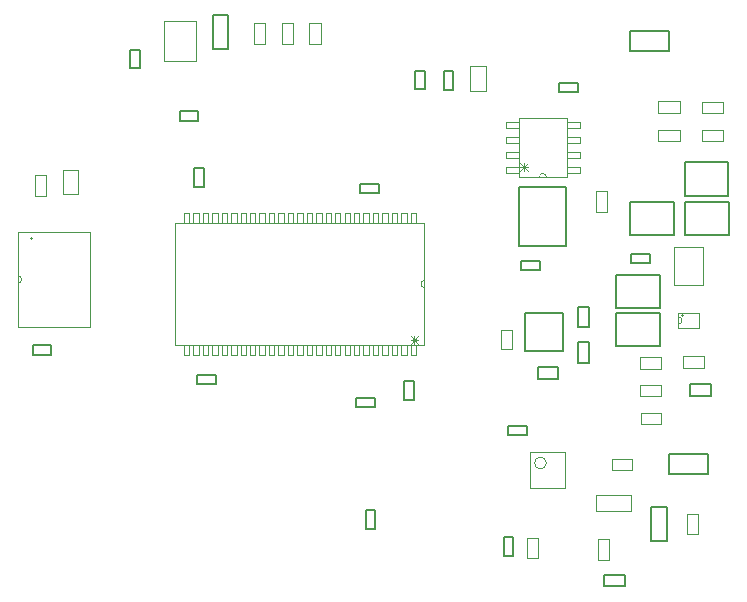
<source format=gbr>
G04*
G04 #@! TF.GenerationSoftware,Altium Limited,Altium Designer,25.1.2 (22)*
G04*
G04 Layer_Color=32768*
%FSLAX25Y25*%
%MOIN*%
G70*
G04*
G04 #@! TF.SameCoordinates,8CEF69DF-C305-4807-9533-15B17650E19F*
G04*
G04*
G04 #@! TF.FilePolarity,Positive*
G04*
G01*
G75*
%ADD13C,0.00787*%
%ADD78C,0.00394*%
%ADD80C,0.00300*%
%ADD81C,0.00100*%
%ADD83C,0.00000*%
D13*
X448941Y466209D02*
X454059D01*
X448941Y454791D02*
Y466209D01*
Y454791D02*
X454059D01*
Y466209D01*
X421425Y448350D02*
X424575D01*
X421425D02*
Y454650D01*
X424575D01*
Y448350D02*
Y454650D01*
X545925Y285850D02*
X549075D01*
X545925D02*
Y292150D01*
X549075D01*
Y285850D02*
Y292150D01*
X499925Y294850D02*
X503075D01*
X499925D02*
Y301150D01*
X503075D01*
Y294850D02*
Y301150D01*
X600241Y290686D02*
Y302104D01*
X595122Y290686D02*
X600241D01*
X595122D02*
Y302104D01*
X600241D01*
X588000Y454250D02*
X601000D01*
X601000Y460750D02*
X601000Y454250D01*
X588000Y460750D02*
X601000D01*
X588000Y454250D02*
Y460750D01*
X606216Y405988D02*
X620783D01*
Y417012D01*
X606216D02*
X620783D01*
X606216Y405988D02*
Y417012D01*
X606332Y392752D02*
X620899D01*
X620899Y403776D01*
X606332D02*
X620899D01*
X606332Y392752D02*
Y403776D01*
X587969D02*
X602536D01*
X587969Y392752D02*
Y403776D01*
Y392752D02*
X602536D01*
Y403776D01*
X583342Y366712D02*
X597908Y366712D01*
X583342Y355689D02*
Y366712D01*
Y355689D02*
X597908D01*
X597908Y366712D02*
X597908Y355689D01*
X583368Y379590D02*
X597935D01*
X583368Y368566D02*
Y379590D01*
Y368566D02*
X597935D01*
X597935Y379590D02*
X597935Y368566D01*
X588350Y386575D02*
X594650D01*
X588350D02*
X588350Y383425D01*
X594650Y383425D01*
X594650Y386575D01*
X607968Y339264D02*
X615055Y339264D01*
Y343201D01*
X607968Y343201D02*
X615055Y343201D01*
X607968Y339264D02*
Y343201D01*
X570650Y440425D02*
Y443575D01*
X564350Y440425D02*
X570650D01*
X564350D02*
Y443575D01*
X570650D01*
X574508Y368904D02*
X574508Y362015D01*
X570768Y368904D02*
X574508D01*
X570768D02*
X570768Y362015D01*
X574508D01*
X557967Y381173D02*
Y384323D01*
X551667Y381173D02*
X557967D01*
X551667D02*
Y384323D01*
X557967D01*
X551031Y389087D02*
Y408772D01*
X566700D01*
Y389087D02*
Y408772D01*
X551031Y389087D02*
X566700D01*
X601000Y313250D02*
Y319750D01*
X614000D01*
Y313250D02*
Y319750D01*
X601000Y313250D02*
X614000D01*
X579384Y275685D02*
Y279622D01*
X586471D01*
Y275685D02*
Y279622D01*
X579384Y275685D02*
X586471D01*
X553653Y326055D02*
X553653Y329205D01*
X547354Y326055D02*
X553653D01*
X547354D02*
Y329205D01*
X553653Y329205D01*
X553122Y354299D02*
X565524D01*
X553122D02*
Y366701D01*
X565524D01*
Y354299D02*
Y366701D01*
X564114Y344933D02*
Y348673D01*
X557224Y344933D02*
X564114D01*
X557224D02*
Y348673D01*
X564114D01*
X570756Y357076D02*
X574496D01*
Y350186D02*
Y357076D01*
X570756Y350186D02*
X574496D01*
X570756D02*
Y357076D01*
X388850Y352925D02*
X395150D01*
Y356075D01*
X388850D02*
X395150D01*
X388850Y352925D02*
Y356075D01*
X519575Y441350D02*
Y447650D01*
X516425D02*
X519575D01*
X516425Y441350D02*
Y447650D01*
Y441350D02*
X519575D01*
X529075Y441193D02*
Y447493D01*
X525925D02*
X529075D01*
X525925Y441193D02*
Y447493D01*
Y441193D02*
X529075D01*
X437850Y434075D02*
X444150D01*
X437850Y430925D02*
Y434075D01*
Y430925D02*
X444150D01*
Y434075D01*
X512787Y337896D02*
Y344195D01*
Y337896D02*
X515937D01*
Y344195D01*
X512787D02*
X515937D01*
X443596Y343014D02*
X449895D01*
Y346164D01*
X443596D02*
X449895D01*
X443596Y343014D02*
Y346164D01*
X497971Y406836D02*
X504271D01*
Y409986D01*
X497971D02*
X504271D01*
X497971Y406836D02*
Y409986D01*
X445915Y408805D02*
Y415104D01*
X442765D02*
X445915D01*
X442765Y408805D02*
Y415104D01*
Y408805D02*
X445915D01*
X496693Y335425D02*
X502993D01*
Y338575D01*
X496693D02*
X502993D01*
X496693Y335425D02*
Y338575D01*
D78*
X560106Y316862D02*
G03*
X560106Y316862I-1969J0D01*
G01*
X481165Y456555D02*
Y463445D01*
X484905Y456555D02*
Y463445D01*
X481165D02*
X484905D01*
X481165Y456555D02*
X484905D01*
X466370D02*
Y463445D01*
X462630Y456555D02*
Y463445D01*
Y456555D02*
X466370D01*
X462630Y463445D02*
X466370D01*
X580338Y400503D02*
Y407393D01*
X576598Y400503D02*
Y407393D01*
Y400503D02*
X580338D01*
X576598Y407393D02*
X580338D01*
X591445Y342763D02*
X598335D01*
X591445Y339023D02*
X598335Y339023D01*
Y342763D01*
X591445Y339023D02*
Y342763D01*
X591592Y329755D02*
X598482D01*
X591592Y333495D02*
X598482D01*
X591592D02*
X591592Y329755D01*
X598482D02*
Y333495D01*
X605770Y352379D02*
X612659Y352379D01*
X605770Y348639D02*
X612659D01*
X612659Y352379D02*
X612659Y348639D01*
X605770D02*
Y352379D01*
X591384Y348291D02*
X598274D01*
X591384Y352031D02*
X598274D01*
X591384D02*
X591384Y348291D01*
X598274D02*
Y352031D01*
X612421Y388799D02*
X612421Y376201D01*
X602579D02*
X602579Y388799D01*
X602579Y376201D02*
X612421D01*
X602579Y388799D02*
X612421D01*
X607056Y293064D02*
Y299954D01*
X610796Y293064D02*
Y299954D01*
X607056D02*
X610796D01*
X607056Y293064D02*
X610796D01*
X612055Y433398D02*
X618945D01*
X612055Y437138D02*
X618945D01*
X612055Y433398D02*
Y437138D01*
X618945Y433398D02*
Y437138D01*
X612055Y424130D02*
X618945Y424130D01*
X612055Y427870D02*
X618945Y427870D01*
X612055Y424130D02*
Y427870D01*
X618945Y424130D02*
Y427870D01*
X576594Y300716D02*
X588406D01*
X576594Y306228D02*
X588406Y306228D01*
Y300716D02*
Y306228D01*
X576594Y300716D02*
X576594Y306228D01*
X581913Y314413D02*
X588803Y314413D01*
X581913Y318154D02*
X588803D01*
X581913Y314413D02*
Y318154D01*
X588803Y314413D02*
Y318154D01*
X566405Y308594D02*
Y320406D01*
X554595Y308594D02*
Y320406D01*
Y308594D02*
X566405D01*
X554595Y320406D02*
X566405D01*
X398859Y414648D02*
X404174D01*
X398859Y406381D02*
X404174D01*
X398859D02*
Y414648D01*
X404174Y406381D02*
Y414648D01*
X389591Y405938D02*
X393331D01*
X389591Y412828D02*
X393331D01*
Y405938D02*
Y412828D01*
X389591Y405938D02*
Y412828D01*
X577407Y284658D02*
X581147D01*
X577407Y291547D02*
X581147D01*
Y284658D02*
Y291547D01*
X577407Y284658D02*
Y291547D01*
X553630Y285252D02*
X557370D01*
X553630Y291748D02*
X557370D01*
Y285252D02*
Y291748D01*
X553630Y285252D02*
Y291748D01*
X544937Y354710D02*
X548677D01*
X544937Y361206D02*
X548677Y361206D01*
Y354710D02*
Y361206D01*
X544937Y361206D02*
X544937Y354710D01*
X471898Y463445D02*
X475638D01*
X471898Y456555D02*
X475638D01*
X471898D02*
Y463445D01*
X475638Y456555D02*
Y463445D01*
X432685Y450807D02*
X443315D01*
X432685Y464193D02*
X443315D01*
Y450807D02*
Y464193D01*
X432685Y450807D02*
Y464193D01*
X597457Y427969D02*
X604543D01*
X597457Y424031D02*
X604543D01*
Y427969D01*
X597457Y424031D02*
Y427969D01*
Y437468D02*
X604543D01*
X597457Y433532D02*
X604543D01*
Y437468D01*
X597457Y433532D02*
Y437468D01*
X540040Y440973D02*
Y449241D01*
X534725Y440973D02*
Y449241D01*
Y440973D02*
X540040D01*
X534725Y449241D02*
X540040D01*
D80*
X551400Y414170D02*
X554024Y416794D01*
X551400D02*
X554024Y414170D01*
X551400Y415482D02*
X554024D01*
X552712Y416794D02*
Y414170D01*
X517480Y356500D02*
X514856Y359124D01*
Y356500D02*
X517480Y359124D01*
X516168Y356500D02*
Y359124D01*
X514856Y357812D02*
X517480D01*
D81*
X604150Y366900D02*
X610850D01*
X604150Y361800D02*
Y366900D01*
Y361800D02*
X610850D01*
Y366900D01*
X551150Y412150D02*
Y431850D01*
Y412150D02*
X566850D01*
Y431850D01*
X551150D02*
X566850D01*
Y413550D02*
X571200Y413550D01*
Y415450D01*
X566850D02*
X571200D01*
X566850Y413550D02*
Y415450D01*
Y418550D02*
X571200D01*
Y420450D01*
X566850Y420450D02*
X571200Y420450D01*
X566850Y418550D02*
Y420450D01*
Y423550D02*
X571200D01*
Y425450D01*
X566850D02*
X571200D01*
X566850Y423550D02*
Y425450D01*
Y428550D02*
X571200Y428550D01*
Y430450D01*
X566850Y430450D02*
X571200Y430450D01*
X566850Y428550D02*
Y430450D01*
X546800Y430450D02*
X551150Y430450D01*
X546800Y428550D02*
Y430450D01*
Y428550D02*
X551150Y428550D01*
Y430450D01*
X546800Y425450D02*
X551150D01*
X546800Y423550D02*
Y425450D01*
Y423550D02*
X551150D01*
Y425450D01*
X546800Y420450D02*
X551150Y420450D01*
X546800Y418550D02*
Y420450D01*
Y418550D02*
X551150D01*
Y420450D01*
X546800Y415450D02*
X551150D01*
X546800Y413550D02*
Y415450D01*
Y413550D02*
X551150Y413550D01*
Y415450D01*
X384000Y393950D02*
X408000D01*
X384000Y362050D02*
Y393950D01*
Y362050D02*
X408000D01*
Y393950D01*
X436500Y356250D02*
X519500D01*
Y396750D01*
X436500D02*
X519500D01*
X436500Y356250D02*
Y396750D01*
X516695D02*
Y400050D01*
X514895D02*
X516695D01*
X514895Y396750D02*
Y400050D01*
Y396750D02*
X516695D01*
X513546D02*
Y400050D01*
X511746D02*
X513546D01*
X511746Y396750D02*
Y400050D01*
Y396750D02*
X513546D01*
X510396D02*
Y400050D01*
X508596D02*
X510396D01*
X508596Y396750D02*
Y400050D01*
Y396750D02*
X510396D01*
X507246D02*
Y400050D01*
X505446D02*
X507246D01*
X505446Y396750D02*
X505446Y400050D01*
X505446Y396750D02*
X507246D01*
X504097D02*
Y400050D01*
X502297D02*
X504097D01*
X502297Y396750D02*
X502297Y400050D01*
X502297Y396750D02*
X504097D01*
X500947Y400050D02*
X500947Y396750D01*
X499147Y400050D02*
X500947D01*
X499147Y396750D02*
Y400050D01*
Y396750D02*
X500947D01*
X497798D02*
Y400050D01*
X495998D02*
X497798D01*
X495998Y396750D02*
Y400050D01*
Y396750D02*
X497798D01*
X494648D02*
Y400050D01*
X492848D02*
X494648D01*
X492848Y396750D02*
Y400050D01*
Y396750D02*
X494648D01*
X491498D02*
Y400050D01*
X489698D02*
X491498D01*
X489698Y396750D02*
Y400050D01*
Y396750D02*
X491498D01*
X488349D02*
Y400050D01*
X486549D02*
X488349D01*
X486549Y396750D02*
Y400050D01*
Y396750D02*
X488349D01*
X485199D02*
Y400050D01*
X483399Y400050D02*
X485199Y400050D01*
X483399Y396750D02*
Y400050D01*
Y396750D02*
X485199D01*
X482050Y400050D02*
X482050Y396750D01*
X480250Y400050D02*
X482050D01*
X480250Y396750D02*
Y400050D01*
Y396750D02*
X482050D01*
X478900D02*
Y400050D01*
X477100D02*
X478900D01*
X477100Y396750D02*
Y400050D01*
Y396750D02*
X478900D01*
X475750D02*
Y400050D01*
X473950D02*
X475750D01*
X473950Y396750D02*
Y400050D01*
Y396750D02*
X475750D01*
X472601D02*
Y400050D01*
X470801D02*
X472601D01*
X470801Y396750D02*
Y400050D01*
Y396750D02*
X472601D01*
X469451D02*
X469451Y400050D01*
X467651D02*
X469451D01*
X467651D02*
X467651Y396750D01*
X469451D01*
X466302D02*
X466302Y400050D01*
X464502D02*
X466302D01*
X464502D02*
X464502Y396750D01*
X466302D01*
X463152D02*
Y400050D01*
X461352D02*
X463152D01*
X461352Y396750D02*
Y400050D01*
Y396750D02*
X463152D01*
X460002D02*
Y400050D01*
X458202D02*
X460002D01*
X458202Y396750D02*
Y400050D01*
Y396750D02*
X460002D01*
X456853D02*
Y400050D01*
X455053D02*
X456853D01*
X455053Y396750D02*
Y400050D01*
Y396750D02*
X456853D01*
X453703D02*
Y400050D01*
X451903D02*
X453703D01*
X451903Y396750D02*
X451903Y400050D01*
X451903Y396750D02*
X453703D01*
X450554D02*
Y400050D01*
X448753Y400050D02*
X450554Y400050D01*
X448753Y396750D02*
Y400050D01*
Y396750D02*
X450554D01*
X447404D02*
Y400050D01*
X445604D02*
X447404D01*
X445604Y396750D02*
Y400050D01*
Y396750D02*
X447404D01*
X444254D02*
Y400050D01*
X442454D02*
X444254D01*
X442454Y396750D02*
Y400050D01*
Y396750D02*
X444254D01*
X441105D02*
Y400050D01*
X439305D02*
X441105D01*
X439305Y396750D02*
Y400050D01*
Y396750D02*
X441105D01*
X439305Y352950D02*
Y356250D01*
Y352950D02*
X441105D01*
Y356250D01*
X439305D02*
X441105D01*
X442454Y352950D02*
Y356250D01*
Y352950D02*
X444254D01*
Y356250D01*
X442454D02*
X444254D01*
X445604Y352950D02*
Y356250D01*
Y352950D02*
X447404D01*
Y356250D01*
X445604D02*
X447404D01*
X448753Y352950D02*
Y356250D01*
Y352950D02*
X450554D01*
X450554Y356250D01*
X448753D02*
X450554D01*
X451903Y352950D02*
Y356250D01*
Y352950D02*
X453703D01*
X453703Y356250D01*
X451903D02*
X453703D01*
X455053D02*
X455053Y352950D01*
X456853D01*
Y356250D01*
X455053D02*
X456853D01*
X458202Y352950D02*
Y356250D01*
Y352950D02*
X460002D01*
Y356250D01*
X458202D02*
X460002D01*
X461352Y352950D02*
Y356250D01*
Y352950D02*
X463152D01*
Y356250D01*
X461352D02*
X463152D01*
X464502Y352950D02*
Y356250D01*
Y352950D02*
X466302D01*
Y356250D01*
X464502D02*
X466302D01*
X467651Y352950D02*
Y356250D01*
Y352950D02*
X469451D01*
Y356250D01*
X467651D02*
X469451D01*
X470801Y352950D02*
Y356250D01*
Y352950D02*
X472601Y352950D01*
Y356250D01*
X470801D02*
X472601D01*
X473950D02*
X473950Y352950D01*
X475750D01*
Y356250D01*
X473950D02*
X475750D01*
X477100Y352950D02*
Y356250D01*
Y352950D02*
X478900D01*
Y356250D01*
X477100D02*
X478900D01*
X480250Y352950D02*
Y356250D01*
Y352950D02*
X482050D01*
Y356250D01*
X480250D02*
X482050D01*
X483399Y352950D02*
Y356250D01*
Y352950D02*
X485199D01*
Y356250D01*
X483399D02*
X485199D01*
X486549Y352950D02*
X486549Y356250D01*
X486549Y352950D02*
X488349D01*
X488349Y356250D02*
X488349Y352950D01*
X486549Y356250D02*
X488349D01*
X489698Y352950D02*
X489698Y356250D01*
X489698Y352950D02*
X491498D01*
X491498Y356250D02*
X491498Y352950D01*
X489698Y356250D02*
X491498D01*
X492848Y352950D02*
Y356250D01*
Y352950D02*
X494648D01*
Y356250D01*
X492848D02*
X494648D01*
X495998Y352950D02*
Y356250D01*
Y352950D02*
X497798D01*
Y356250D01*
X495998D02*
X497798D01*
X499147Y352950D02*
Y356250D01*
Y352950D02*
X500947D01*
Y356250D01*
X499147D02*
X500947D01*
X502297Y352950D02*
Y356250D01*
Y352950D02*
X504097D01*
X504097Y356250D01*
X502297D02*
X504097D01*
X505446Y352950D02*
Y356250D01*
Y352950D02*
X507246Y352950D01*
Y356250D01*
X505446D02*
X507246D01*
X508596Y352950D02*
Y356250D01*
Y352950D02*
X510396D01*
Y356250D01*
X508596D02*
X510396D01*
X511746Y352950D02*
Y356250D01*
Y352950D02*
X513546D01*
Y356250D01*
X511746D02*
X513546D01*
X514895Y352950D02*
Y356250D01*
Y352950D02*
X516695D01*
Y356250D01*
X514895D02*
X516695D01*
D83*
X604150Y363150D02*
G03*
X604150Y365550I0J1200D01*
G01*
X605831Y366100D02*
G03*
X605831Y366100I-300J0D01*
G01*
X560200Y412150D02*
G03*
X557800Y412150I-1200J0D01*
G01*
X384000Y376800D02*
G03*
X384000Y379200I0J1200D01*
G01*
X388800Y391750D02*
G03*
X388800Y391750I-300J0D01*
G01*
X519500Y377700D02*
G03*
X519500Y375300I0J-1200D01*
G01*
M02*

</source>
